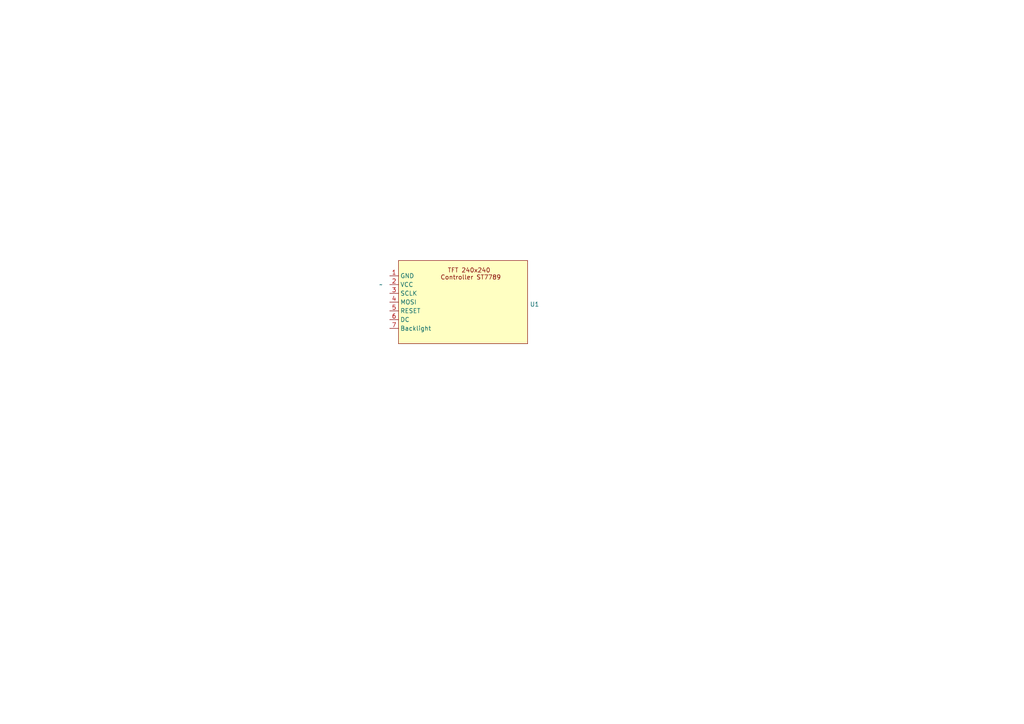
<source format=kicad_sch>
(kicad_sch (version 20230121) (generator eeschema)
  (paper "A4")
  (lib_symbols
    (symbol "1_ene9ba_Library:TFT_240x240"
      (property "Reference" "U" (at 21.59 -5.08 0))
      (symbol "TFT_240x240_1_1"
        (rectangle (start 5.08 6.985) (end 42.545 -17.145) (fill (type background)))
        (text "TFT 240x240 \nController ST7789" (at 26.035 3.175 0) (effects (font (size 1.27 1.27))))
        (pin power_in line (at 2.54 2.54 0) (length 2.54) (name "GND") (number "1"))
        (pin power_in line (at 2.54 0 0) (length 2.54) (name "VCC") (number "2"))
        (pin input line (at 2.54 -2.54 0) (length 2.54) (name "SCLK") (number "3"))
        (pin input line (at 2.54 -5.08 0) (length 2.54) (name "MOSI") (number "4"))
        (pin input line (at 2.54 -7.62 0) (length 2.54) (name "RESET") (number "5"))
        (pin input line (at 2.54 -10.16 0) (length 2.54) (name "DC") (number "6"))
        (pin input line (at 2.54 -12.7 0) (length 2.54) (name "Backlight") (number "7"))
      )
    )
  )
  (symbol (lib_id "1_ene9ba_Library:TFT_240x240") (at 110.49 82.55 0) (unit 1)
    (property "Reference" "U1" (at 153.67 88.265 0) (effects (justify left)))
    (property "Value" "~" (at 110.49 82.55 0))
    (property "Footprint" "1_ene9ba-footprint:TFT-240x240" (effects hide))
  )
)
</source>
